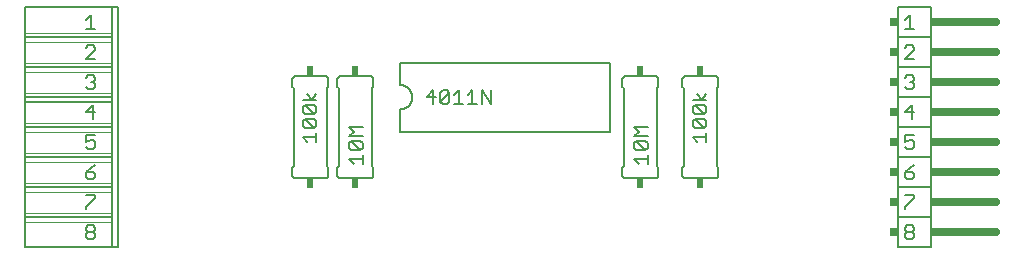
<source format=gbr>
G04 EAGLE Gerber X2 export*
G04 #@! %TF.Part,Single*
G04 #@! %TF.FileFunction,Legend,Top,1*
G04 #@! %TF.FilePolarity,Positive*
G04 #@! %TF.GenerationSoftware,Autodesk,EAGLE,9.0.0*
G04 #@! %TF.CreationDate,2019-08-08T19:16:13Z*
G75*
%MOMM*%
%FSLAX34Y34*%
%LPD*%
%AMOC8*
5,1,8,0,0,1.08239X$1,22.5*%
G01*
%ADD10C,0.152400*%
%ADD11C,0.127000*%
%ADD12R,0.609600X0.863600*%
%ADD13C,0.050800*%
%ADD14C,0.660400*%
%ADD15R,0.762000X0.660400*%
%ADD16R,0.660400X0.660400*%


D10*
X495300Y156210D02*
X317500Y156210D01*
X317500Y97790D02*
X495300Y97790D01*
X495300Y156210D01*
X317500Y156210D02*
X317500Y137160D01*
X317500Y116840D02*
X317500Y97790D01*
X317500Y116840D02*
X317747Y116843D01*
X317995Y116852D01*
X318242Y116867D01*
X318488Y116888D01*
X318734Y116915D01*
X318979Y116948D01*
X319224Y116987D01*
X319467Y117032D01*
X319709Y117083D01*
X319950Y117140D01*
X320189Y117202D01*
X320427Y117271D01*
X320663Y117345D01*
X320897Y117425D01*
X321129Y117510D01*
X321359Y117602D01*
X321587Y117698D01*
X321812Y117801D01*
X322035Y117908D01*
X322255Y118022D01*
X322472Y118140D01*
X322687Y118264D01*
X322898Y118393D01*
X323106Y118527D01*
X323311Y118666D01*
X323512Y118810D01*
X323710Y118958D01*
X323904Y119112D01*
X324094Y119270D01*
X324280Y119433D01*
X324462Y119600D01*
X324640Y119772D01*
X324814Y119948D01*
X324984Y120128D01*
X325149Y120313D01*
X325309Y120501D01*
X325465Y120693D01*
X325617Y120889D01*
X325763Y121088D01*
X325905Y121291D01*
X326041Y121498D01*
X326173Y121707D01*
X326299Y121920D01*
X326420Y122136D01*
X326536Y122354D01*
X326646Y122576D01*
X326751Y122800D01*
X326851Y123026D01*
X326945Y123255D01*
X327033Y123486D01*
X327116Y123720D01*
X327193Y123955D01*
X327264Y124192D01*
X327330Y124430D01*
X327389Y124670D01*
X327443Y124912D01*
X327491Y125155D01*
X327533Y125398D01*
X327569Y125643D01*
X327599Y125889D01*
X327623Y126135D01*
X327641Y126382D01*
X327653Y126629D01*
X327659Y126876D01*
X327659Y127124D01*
X327653Y127371D01*
X327641Y127618D01*
X327623Y127865D01*
X327599Y128111D01*
X327569Y128357D01*
X327533Y128602D01*
X327491Y128845D01*
X327443Y129088D01*
X327389Y129330D01*
X327330Y129570D01*
X327264Y129808D01*
X327193Y130045D01*
X327116Y130280D01*
X327033Y130514D01*
X326945Y130745D01*
X326851Y130974D01*
X326751Y131200D01*
X326646Y131424D01*
X326536Y131646D01*
X326420Y131864D01*
X326299Y132080D01*
X326173Y132293D01*
X326041Y132502D01*
X325905Y132709D01*
X325763Y132912D01*
X325617Y133111D01*
X325465Y133307D01*
X325309Y133499D01*
X325149Y133687D01*
X324984Y133872D01*
X324814Y134052D01*
X324640Y134228D01*
X324462Y134400D01*
X324280Y134567D01*
X324094Y134730D01*
X323904Y134888D01*
X323710Y135042D01*
X323512Y135190D01*
X323311Y135334D01*
X323106Y135473D01*
X322898Y135607D01*
X322687Y135736D01*
X322472Y135860D01*
X322255Y135978D01*
X322035Y136092D01*
X321812Y136199D01*
X321587Y136302D01*
X321359Y136398D01*
X321129Y136490D01*
X320897Y136575D01*
X320663Y136655D01*
X320427Y136729D01*
X320189Y136798D01*
X319950Y136860D01*
X319709Y136917D01*
X319467Y136968D01*
X319224Y137013D01*
X318979Y137052D01*
X318734Y137085D01*
X318488Y137112D01*
X318242Y137133D01*
X317995Y137148D01*
X317747Y137157D01*
X317500Y137160D01*
D11*
X345445Y132725D02*
X345445Y121285D01*
X339725Y127005D02*
X345445Y132725D01*
X347352Y127005D02*
X339725Y127005D01*
X351419Y123192D02*
X351419Y130818D01*
X353326Y132725D01*
X357139Y132725D01*
X359045Y130818D01*
X359045Y123192D01*
X357139Y121285D01*
X353326Y121285D01*
X351419Y123192D01*
X359045Y130818D01*
X363113Y128912D02*
X366926Y132725D01*
X366926Y121285D01*
X363113Y121285D02*
X370739Y121285D01*
X374807Y128912D02*
X378620Y132725D01*
X378620Y121285D01*
X374807Y121285D02*
X382433Y121285D01*
X386501Y121285D02*
X386501Y132725D01*
X394127Y121285D01*
X394127Y132725D01*
D10*
X266700Y58420D02*
X266600Y58422D01*
X266501Y58428D01*
X266401Y58438D01*
X266303Y58451D01*
X266204Y58469D01*
X266107Y58490D01*
X266011Y58515D01*
X265915Y58544D01*
X265821Y58577D01*
X265728Y58613D01*
X265637Y58653D01*
X265547Y58697D01*
X265459Y58744D01*
X265373Y58794D01*
X265289Y58848D01*
X265207Y58905D01*
X265128Y58965D01*
X265050Y59029D01*
X264976Y59095D01*
X264904Y59164D01*
X264835Y59236D01*
X264769Y59310D01*
X264705Y59388D01*
X264645Y59467D01*
X264588Y59549D01*
X264534Y59633D01*
X264484Y59719D01*
X264437Y59807D01*
X264393Y59897D01*
X264353Y59988D01*
X264317Y60081D01*
X264284Y60175D01*
X264255Y60271D01*
X264230Y60367D01*
X264209Y60464D01*
X264191Y60563D01*
X264178Y60661D01*
X264168Y60761D01*
X264162Y60860D01*
X264160Y60960D01*
X292100Y58420D02*
X292200Y58422D01*
X292299Y58428D01*
X292399Y58438D01*
X292497Y58451D01*
X292596Y58469D01*
X292693Y58490D01*
X292789Y58515D01*
X292885Y58544D01*
X292979Y58577D01*
X293072Y58613D01*
X293163Y58653D01*
X293253Y58697D01*
X293341Y58744D01*
X293427Y58794D01*
X293511Y58848D01*
X293593Y58905D01*
X293672Y58965D01*
X293750Y59029D01*
X293824Y59095D01*
X293896Y59164D01*
X293965Y59236D01*
X294031Y59310D01*
X294095Y59388D01*
X294155Y59467D01*
X294212Y59549D01*
X294266Y59633D01*
X294316Y59719D01*
X294363Y59807D01*
X294407Y59897D01*
X294447Y59988D01*
X294483Y60081D01*
X294516Y60175D01*
X294545Y60271D01*
X294570Y60367D01*
X294591Y60464D01*
X294609Y60563D01*
X294622Y60661D01*
X294632Y60761D01*
X294638Y60860D01*
X294640Y60960D01*
X294640Y142240D02*
X294638Y142340D01*
X294632Y142439D01*
X294622Y142539D01*
X294609Y142637D01*
X294591Y142736D01*
X294570Y142833D01*
X294545Y142929D01*
X294516Y143025D01*
X294483Y143119D01*
X294447Y143212D01*
X294407Y143303D01*
X294363Y143393D01*
X294316Y143481D01*
X294266Y143567D01*
X294212Y143651D01*
X294155Y143733D01*
X294095Y143812D01*
X294031Y143890D01*
X293965Y143964D01*
X293896Y144036D01*
X293824Y144105D01*
X293750Y144171D01*
X293672Y144235D01*
X293593Y144295D01*
X293511Y144352D01*
X293427Y144406D01*
X293341Y144456D01*
X293253Y144503D01*
X293163Y144547D01*
X293072Y144587D01*
X292979Y144623D01*
X292885Y144656D01*
X292789Y144685D01*
X292693Y144710D01*
X292596Y144731D01*
X292497Y144749D01*
X292399Y144762D01*
X292299Y144772D01*
X292200Y144778D01*
X292100Y144780D01*
X266700Y144780D02*
X266600Y144778D01*
X266501Y144772D01*
X266401Y144762D01*
X266303Y144749D01*
X266204Y144731D01*
X266107Y144710D01*
X266011Y144685D01*
X265915Y144656D01*
X265821Y144623D01*
X265728Y144587D01*
X265637Y144547D01*
X265547Y144503D01*
X265459Y144456D01*
X265373Y144406D01*
X265289Y144352D01*
X265207Y144295D01*
X265128Y144235D01*
X265050Y144171D01*
X264976Y144105D01*
X264904Y144036D01*
X264835Y143964D01*
X264769Y143890D01*
X264705Y143812D01*
X264645Y143733D01*
X264588Y143651D01*
X264534Y143567D01*
X264484Y143481D01*
X264437Y143393D01*
X264393Y143303D01*
X264353Y143212D01*
X264317Y143119D01*
X264284Y143025D01*
X264255Y142929D01*
X264230Y142833D01*
X264209Y142736D01*
X264191Y142637D01*
X264178Y142539D01*
X264168Y142439D01*
X264162Y142340D01*
X264160Y142240D01*
X266700Y58420D02*
X292100Y58420D01*
X264160Y60960D02*
X264160Y67310D01*
X265430Y68580D01*
X294640Y67310D02*
X294640Y60960D01*
X294640Y67310D02*
X293370Y68580D01*
X265430Y134620D02*
X264160Y135890D01*
X265430Y134620D02*
X265430Y68580D01*
X293370Y134620D02*
X294640Y135890D01*
X293370Y134620D02*
X293370Y68580D01*
X264160Y135890D02*
X264160Y142240D01*
X294640Y142240D02*
X294640Y135890D01*
X292100Y144780D02*
X266700Y144780D01*
D11*
X274183Y74298D02*
X277997Y70485D01*
X274183Y74298D02*
X285623Y74298D01*
X285623Y70485D02*
X285623Y78112D01*
X283716Y82179D02*
X276090Y82179D01*
X274183Y84086D01*
X274183Y87899D01*
X276090Y89805D01*
X283716Y89805D01*
X285623Y87899D01*
X285623Y84086D01*
X283716Y82179D01*
X276090Y89805D01*
X274183Y93873D02*
X285623Y93873D01*
X277997Y97686D02*
X274183Y93873D01*
X277997Y97686D02*
X274183Y101499D01*
X285623Y101499D01*
D12*
X279400Y149098D03*
X279400Y54102D03*
D10*
X256540Y142240D02*
X256538Y142340D01*
X256532Y142439D01*
X256522Y142539D01*
X256509Y142637D01*
X256491Y142736D01*
X256470Y142833D01*
X256445Y142929D01*
X256416Y143025D01*
X256383Y143119D01*
X256347Y143212D01*
X256307Y143303D01*
X256263Y143393D01*
X256216Y143481D01*
X256166Y143567D01*
X256112Y143651D01*
X256055Y143733D01*
X255995Y143812D01*
X255931Y143890D01*
X255865Y143964D01*
X255796Y144036D01*
X255724Y144105D01*
X255650Y144171D01*
X255572Y144235D01*
X255493Y144295D01*
X255411Y144352D01*
X255327Y144406D01*
X255241Y144456D01*
X255153Y144503D01*
X255063Y144547D01*
X254972Y144587D01*
X254879Y144623D01*
X254785Y144656D01*
X254689Y144685D01*
X254593Y144710D01*
X254496Y144731D01*
X254397Y144749D01*
X254299Y144762D01*
X254199Y144772D01*
X254100Y144778D01*
X254000Y144780D01*
X228600Y144780D02*
X228500Y144778D01*
X228401Y144772D01*
X228301Y144762D01*
X228203Y144749D01*
X228104Y144731D01*
X228007Y144710D01*
X227911Y144685D01*
X227815Y144656D01*
X227721Y144623D01*
X227628Y144587D01*
X227537Y144547D01*
X227447Y144503D01*
X227359Y144456D01*
X227273Y144406D01*
X227189Y144352D01*
X227107Y144295D01*
X227028Y144235D01*
X226950Y144171D01*
X226876Y144105D01*
X226804Y144036D01*
X226735Y143964D01*
X226669Y143890D01*
X226605Y143812D01*
X226545Y143733D01*
X226488Y143651D01*
X226434Y143567D01*
X226384Y143481D01*
X226337Y143393D01*
X226293Y143303D01*
X226253Y143212D01*
X226217Y143119D01*
X226184Y143025D01*
X226155Y142929D01*
X226130Y142833D01*
X226109Y142736D01*
X226091Y142637D01*
X226078Y142539D01*
X226068Y142439D01*
X226062Y142340D01*
X226060Y142240D01*
X226060Y60960D02*
X226062Y60860D01*
X226068Y60761D01*
X226078Y60661D01*
X226091Y60563D01*
X226109Y60464D01*
X226130Y60367D01*
X226155Y60271D01*
X226184Y60175D01*
X226217Y60081D01*
X226253Y59988D01*
X226293Y59897D01*
X226337Y59807D01*
X226384Y59719D01*
X226434Y59633D01*
X226488Y59549D01*
X226545Y59467D01*
X226605Y59388D01*
X226669Y59310D01*
X226735Y59236D01*
X226804Y59164D01*
X226876Y59095D01*
X226950Y59029D01*
X227028Y58965D01*
X227107Y58905D01*
X227189Y58848D01*
X227273Y58794D01*
X227359Y58744D01*
X227447Y58697D01*
X227537Y58653D01*
X227628Y58613D01*
X227721Y58577D01*
X227815Y58544D01*
X227911Y58515D01*
X228007Y58490D01*
X228104Y58469D01*
X228203Y58451D01*
X228301Y58438D01*
X228401Y58428D01*
X228500Y58422D01*
X228600Y58420D01*
X254000Y58420D02*
X254100Y58422D01*
X254199Y58428D01*
X254299Y58438D01*
X254397Y58451D01*
X254496Y58469D01*
X254593Y58490D01*
X254689Y58515D01*
X254785Y58544D01*
X254879Y58577D01*
X254972Y58613D01*
X255063Y58653D01*
X255153Y58697D01*
X255241Y58744D01*
X255327Y58794D01*
X255411Y58848D01*
X255493Y58905D01*
X255572Y58965D01*
X255650Y59029D01*
X255724Y59095D01*
X255796Y59164D01*
X255865Y59236D01*
X255931Y59310D01*
X255995Y59388D01*
X256055Y59467D01*
X256112Y59549D01*
X256166Y59633D01*
X256216Y59719D01*
X256263Y59807D01*
X256307Y59897D01*
X256347Y59988D01*
X256383Y60081D01*
X256416Y60175D01*
X256445Y60271D01*
X256470Y60367D01*
X256491Y60464D01*
X256509Y60563D01*
X256522Y60661D01*
X256532Y60761D01*
X256538Y60860D01*
X256540Y60960D01*
X254000Y144780D02*
X228600Y144780D01*
X256540Y142240D02*
X256540Y135890D01*
X255270Y134620D01*
X226060Y135890D02*
X226060Y142240D01*
X226060Y135890D02*
X227330Y134620D01*
X255270Y68580D02*
X256540Y67310D01*
X255270Y68580D02*
X255270Y134620D01*
X227330Y68580D02*
X226060Y67310D01*
X227330Y68580D02*
X227330Y134620D01*
X256540Y67310D02*
X256540Y60960D01*
X226060Y60960D02*
X226060Y67310D01*
X228600Y58420D02*
X254000Y58420D01*
D11*
X238881Y89158D02*
X235067Y92971D01*
X246507Y92971D01*
X246507Y89158D02*
X246507Y96785D01*
X244600Y100852D02*
X236974Y100852D01*
X235067Y102759D01*
X235067Y106572D01*
X236974Y108479D01*
X244600Y108479D01*
X246507Y106572D01*
X246507Y102759D01*
X244600Y100852D01*
X236974Y108479D01*
X236974Y112546D02*
X244600Y112546D01*
X236974Y112546D02*
X235067Y114453D01*
X235067Y118266D01*
X236974Y120172D01*
X244600Y120172D01*
X246507Y118266D01*
X246507Y114453D01*
X244600Y112546D01*
X236974Y120172D01*
X235067Y124240D02*
X246507Y124240D01*
X242694Y124240D02*
X246507Y129960D01*
X242694Y124240D02*
X238881Y129960D01*
D12*
X241300Y54102D03*
X241300Y149098D03*
D10*
X505460Y60960D02*
X505462Y60860D01*
X505468Y60761D01*
X505478Y60661D01*
X505491Y60563D01*
X505509Y60464D01*
X505530Y60367D01*
X505555Y60271D01*
X505584Y60175D01*
X505617Y60081D01*
X505653Y59988D01*
X505693Y59897D01*
X505737Y59807D01*
X505784Y59719D01*
X505834Y59633D01*
X505888Y59549D01*
X505945Y59467D01*
X506005Y59388D01*
X506069Y59310D01*
X506135Y59236D01*
X506204Y59164D01*
X506276Y59095D01*
X506350Y59029D01*
X506428Y58965D01*
X506507Y58905D01*
X506589Y58848D01*
X506673Y58794D01*
X506759Y58744D01*
X506847Y58697D01*
X506937Y58653D01*
X507028Y58613D01*
X507121Y58577D01*
X507215Y58544D01*
X507311Y58515D01*
X507407Y58490D01*
X507504Y58469D01*
X507603Y58451D01*
X507701Y58438D01*
X507801Y58428D01*
X507900Y58422D01*
X508000Y58420D01*
X533400Y58420D02*
X533500Y58422D01*
X533599Y58428D01*
X533699Y58438D01*
X533797Y58451D01*
X533896Y58469D01*
X533993Y58490D01*
X534089Y58515D01*
X534185Y58544D01*
X534279Y58577D01*
X534372Y58613D01*
X534463Y58653D01*
X534553Y58697D01*
X534641Y58744D01*
X534727Y58794D01*
X534811Y58848D01*
X534893Y58905D01*
X534972Y58965D01*
X535050Y59029D01*
X535124Y59095D01*
X535196Y59164D01*
X535265Y59236D01*
X535331Y59310D01*
X535395Y59388D01*
X535455Y59467D01*
X535512Y59549D01*
X535566Y59633D01*
X535616Y59719D01*
X535663Y59807D01*
X535707Y59897D01*
X535747Y59988D01*
X535783Y60081D01*
X535816Y60175D01*
X535845Y60271D01*
X535870Y60367D01*
X535891Y60464D01*
X535909Y60563D01*
X535922Y60661D01*
X535932Y60761D01*
X535938Y60860D01*
X535940Y60960D01*
X535940Y142240D02*
X535938Y142340D01*
X535932Y142439D01*
X535922Y142539D01*
X535909Y142637D01*
X535891Y142736D01*
X535870Y142833D01*
X535845Y142929D01*
X535816Y143025D01*
X535783Y143119D01*
X535747Y143212D01*
X535707Y143303D01*
X535663Y143393D01*
X535616Y143481D01*
X535566Y143567D01*
X535512Y143651D01*
X535455Y143733D01*
X535395Y143812D01*
X535331Y143890D01*
X535265Y143964D01*
X535196Y144036D01*
X535124Y144105D01*
X535050Y144171D01*
X534972Y144235D01*
X534893Y144295D01*
X534811Y144352D01*
X534727Y144406D01*
X534641Y144456D01*
X534553Y144503D01*
X534463Y144547D01*
X534372Y144587D01*
X534279Y144623D01*
X534185Y144656D01*
X534089Y144685D01*
X533993Y144710D01*
X533896Y144731D01*
X533797Y144749D01*
X533699Y144762D01*
X533599Y144772D01*
X533500Y144778D01*
X533400Y144780D01*
X508000Y144780D02*
X507900Y144778D01*
X507801Y144772D01*
X507701Y144762D01*
X507603Y144749D01*
X507504Y144731D01*
X507407Y144710D01*
X507311Y144685D01*
X507215Y144656D01*
X507121Y144623D01*
X507028Y144587D01*
X506937Y144547D01*
X506847Y144503D01*
X506759Y144456D01*
X506673Y144406D01*
X506589Y144352D01*
X506507Y144295D01*
X506428Y144235D01*
X506350Y144171D01*
X506276Y144105D01*
X506204Y144036D01*
X506135Y143964D01*
X506069Y143890D01*
X506005Y143812D01*
X505945Y143733D01*
X505888Y143651D01*
X505834Y143567D01*
X505784Y143481D01*
X505737Y143393D01*
X505693Y143303D01*
X505653Y143212D01*
X505617Y143119D01*
X505584Y143025D01*
X505555Y142929D01*
X505530Y142833D01*
X505509Y142736D01*
X505491Y142637D01*
X505478Y142539D01*
X505468Y142439D01*
X505462Y142340D01*
X505460Y142240D01*
X508000Y58420D02*
X533400Y58420D01*
X505460Y60960D02*
X505460Y67310D01*
X506730Y68580D01*
X535940Y67310D02*
X535940Y60960D01*
X535940Y67310D02*
X534670Y68580D01*
X506730Y134620D02*
X505460Y135890D01*
X506730Y134620D02*
X506730Y68580D01*
X534670Y134620D02*
X535940Y135890D01*
X534670Y134620D02*
X534670Y68580D01*
X505460Y135890D02*
X505460Y142240D01*
X535940Y142240D02*
X535940Y135890D01*
X533400Y144780D02*
X508000Y144780D01*
D11*
X515483Y74298D02*
X519297Y70485D01*
X515483Y74298D02*
X526923Y74298D01*
X526923Y70485D02*
X526923Y78112D01*
X525016Y82179D02*
X517390Y82179D01*
X515483Y84086D01*
X515483Y87899D01*
X517390Y89805D01*
X525016Y89805D01*
X526923Y87899D01*
X526923Y84086D01*
X525016Y82179D01*
X517390Y89805D01*
X515483Y93873D02*
X526923Y93873D01*
X519297Y97686D02*
X515483Y93873D01*
X519297Y97686D02*
X515483Y101499D01*
X526923Y101499D01*
D12*
X520700Y149098D03*
X520700Y54102D03*
D10*
X586740Y142240D02*
X586738Y142340D01*
X586732Y142439D01*
X586722Y142539D01*
X586709Y142637D01*
X586691Y142736D01*
X586670Y142833D01*
X586645Y142929D01*
X586616Y143025D01*
X586583Y143119D01*
X586547Y143212D01*
X586507Y143303D01*
X586463Y143393D01*
X586416Y143481D01*
X586366Y143567D01*
X586312Y143651D01*
X586255Y143733D01*
X586195Y143812D01*
X586131Y143890D01*
X586065Y143964D01*
X585996Y144036D01*
X585924Y144105D01*
X585850Y144171D01*
X585772Y144235D01*
X585693Y144295D01*
X585611Y144352D01*
X585527Y144406D01*
X585441Y144456D01*
X585353Y144503D01*
X585263Y144547D01*
X585172Y144587D01*
X585079Y144623D01*
X584985Y144656D01*
X584889Y144685D01*
X584793Y144710D01*
X584696Y144731D01*
X584597Y144749D01*
X584499Y144762D01*
X584399Y144772D01*
X584300Y144778D01*
X584200Y144780D01*
X558800Y144780D02*
X558700Y144778D01*
X558601Y144772D01*
X558501Y144762D01*
X558403Y144749D01*
X558304Y144731D01*
X558207Y144710D01*
X558111Y144685D01*
X558015Y144656D01*
X557921Y144623D01*
X557828Y144587D01*
X557737Y144547D01*
X557647Y144503D01*
X557559Y144456D01*
X557473Y144406D01*
X557389Y144352D01*
X557307Y144295D01*
X557228Y144235D01*
X557150Y144171D01*
X557076Y144105D01*
X557004Y144036D01*
X556935Y143964D01*
X556869Y143890D01*
X556805Y143812D01*
X556745Y143733D01*
X556688Y143651D01*
X556634Y143567D01*
X556584Y143481D01*
X556537Y143393D01*
X556493Y143303D01*
X556453Y143212D01*
X556417Y143119D01*
X556384Y143025D01*
X556355Y142929D01*
X556330Y142833D01*
X556309Y142736D01*
X556291Y142637D01*
X556278Y142539D01*
X556268Y142439D01*
X556262Y142340D01*
X556260Y142240D01*
X556260Y60960D02*
X556262Y60860D01*
X556268Y60761D01*
X556278Y60661D01*
X556291Y60563D01*
X556309Y60464D01*
X556330Y60367D01*
X556355Y60271D01*
X556384Y60175D01*
X556417Y60081D01*
X556453Y59988D01*
X556493Y59897D01*
X556537Y59807D01*
X556584Y59719D01*
X556634Y59633D01*
X556688Y59549D01*
X556745Y59467D01*
X556805Y59388D01*
X556869Y59310D01*
X556935Y59236D01*
X557004Y59164D01*
X557076Y59095D01*
X557150Y59029D01*
X557228Y58965D01*
X557307Y58905D01*
X557389Y58848D01*
X557473Y58794D01*
X557559Y58744D01*
X557647Y58697D01*
X557737Y58653D01*
X557828Y58613D01*
X557921Y58577D01*
X558015Y58544D01*
X558111Y58515D01*
X558207Y58490D01*
X558304Y58469D01*
X558403Y58451D01*
X558501Y58438D01*
X558601Y58428D01*
X558700Y58422D01*
X558800Y58420D01*
X584200Y58420D02*
X584300Y58422D01*
X584399Y58428D01*
X584499Y58438D01*
X584597Y58451D01*
X584696Y58469D01*
X584793Y58490D01*
X584889Y58515D01*
X584985Y58544D01*
X585079Y58577D01*
X585172Y58613D01*
X585263Y58653D01*
X585353Y58697D01*
X585441Y58744D01*
X585527Y58794D01*
X585611Y58848D01*
X585693Y58905D01*
X585772Y58965D01*
X585850Y59029D01*
X585924Y59095D01*
X585996Y59164D01*
X586065Y59236D01*
X586131Y59310D01*
X586195Y59388D01*
X586255Y59467D01*
X586312Y59549D01*
X586366Y59633D01*
X586416Y59719D01*
X586463Y59807D01*
X586507Y59897D01*
X586547Y59988D01*
X586583Y60081D01*
X586616Y60175D01*
X586645Y60271D01*
X586670Y60367D01*
X586691Y60464D01*
X586709Y60563D01*
X586722Y60661D01*
X586732Y60761D01*
X586738Y60860D01*
X586740Y60960D01*
X584200Y144780D02*
X558800Y144780D01*
X586740Y142240D02*
X586740Y135890D01*
X585470Y134620D01*
X556260Y135890D02*
X556260Y142240D01*
X556260Y135890D02*
X557530Y134620D01*
X585470Y68580D02*
X586740Y67310D01*
X585470Y68580D02*
X585470Y134620D01*
X557530Y68580D02*
X556260Y67310D01*
X557530Y68580D02*
X557530Y134620D01*
X586740Y67310D02*
X586740Y60960D01*
X556260Y60960D02*
X556260Y67310D01*
X558800Y58420D02*
X584200Y58420D01*
D11*
X569081Y89158D02*
X565267Y92971D01*
X576707Y92971D01*
X576707Y89158D02*
X576707Y96785D01*
X574800Y100852D02*
X567174Y100852D01*
X565267Y102759D01*
X565267Y106572D01*
X567174Y108479D01*
X574800Y108479D01*
X576707Y106572D01*
X576707Y102759D01*
X574800Y100852D01*
X567174Y108479D01*
X567174Y112546D02*
X574800Y112546D01*
X567174Y112546D02*
X565267Y114453D01*
X565267Y118266D01*
X567174Y120172D01*
X574800Y120172D01*
X576707Y118266D01*
X576707Y114453D01*
X574800Y112546D01*
X567174Y120172D01*
X565267Y124240D02*
X576707Y124240D01*
X572894Y124240D02*
X576707Y129960D01*
X572894Y124240D02*
X569081Y129960D01*
D12*
X571500Y54102D03*
X571500Y149098D03*
D10*
X78740Y0D02*
X73660Y0D01*
X0Y0D01*
X0Y21590D01*
X0Y25400D01*
X0Y29210D01*
X0Y46990D01*
X0Y50800D01*
X0Y54610D01*
X0Y72390D01*
X0Y76200D01*
X0Y80010D01*
X0Y97790D01*
X0Y101600D01*
X0Y105410D01*
X0Y123190D01*
X0Y127000D02*
X73660Y127000D01*
X73660Y21590D02*
X73660Y0D01*
X73660Y21590D02*
X73660Y25400D01*
X73660Y29210D01*
X73660Y46990D01*
X73660Y50800D01*
X73660Y54610D01*
X73660Y72390D01*
X73660Y76200D01*
X73660Y80010D01*
X73660Y97790D01*
X73660Y101600D01*
X73660Y105410D01*
X73660Y123190D01*
X73660Y127000D01*
X73660Y101600D02*
X0Y101600D01*
X0Y76200D02*
X73660Y76200D01*
X73660Y50800D02*
X0Y50800D01*
X0Y25400D02*
X73660Y25400D01*
D13*
X73660Y21590D02*
X0Y21590D01*
X0Y29210D02*
X73660Y29210D01*
X73660Y46990D02*
X0Y46990D01*
X0Y54610D02*
X73660Y54610D01*
X73660Y72390D02*
X0Y72390D01*
X0Y80010D02*
X73660Y80010D01*
X73660Y97790D02*
X0Y97790D01*
X0Y105410D02*
X73660Y105410D01*
D10*
X73660Y123190D02*
X0Y123190D01*
X0Y127000D01*
X0Y130810D01*
D13*
X73660Y130810D01*
D10*
X78740Y203200D02*
X78740Y0D01*
X0Y130810D02*
X0Y148590D01*
X0Y152400D02*
X73660Y152400D01*
X73660Y130810D02*
X73660Y127000D01*
X73660Y130810D02*
X73660Y148590D01*
X73660Y152400D01*
D13*
X73660Y148590D02*
X0Y148590D01*
D10*
X0Y152400D01*
X0Y156210D01*
X0Y173990D01*
X0Y177800D01*
X73660Y177800D01*
D13*
X73660Y156210D02*
X0Y156210D01*
D10*
X73660Y156210D02*
X73660Y152400D01*
X73660Y156210D02*
X73660Y173990D01*
X73660Y177800D01*
X0Y177800D02*
X0Y181610D01*
X0Y203200D01*
X73660Y203200D01*
X78740Y203200D01*
X73660Y181610D02*
X73660Y177800D01*
X73660Y181610D02*
X73660Y203200D01*
D13*
X73660Y181610D02*
X0Y181610D01*
X0Y173990D02*
X73660Y173990D01*
D11*
X59062Y159385D02*
X51435Y159385D01*
X59062Y167012D01*
X59062Y168918D01*
X57155Y170825D01*
X53342Y170825D01*
X51435Y168918D01*
X53342Y18425D02*
X51435Y16518D01*
X53342Y18425D02*
X57155Y18425D01*
X59062Y16518D01*
X59062Y14612D01*
X57155Y12705D01*
X59062Y10798D01*
X59062Y8892D01*
X57155Y6985D01*
X53342Y6985D01*
X51435Y8892D01*
X51435Y10798D01*
X53342Y12705D01*
X51435Y14612D01*
X51435Y16518D01*
X53342Y12705D02*
X57155Y12705D01*
X51435Y143518D02*
X53342Y145425D01*
X57155Y145425D01*
X59062Y143518D01*
X59062Y141612D01*
X57155Y139705D01*
X55248Y139705D01*
X57155Y139705D02*
X59062Y137798D01*
X59062Y135892D01*
X57155Y133985D01*
X53342Y133985D01*
X51435Y135892D01*
X57155Y120025D02*
X57155Y108585D01*
X51435Y114305D02*
X57155Y120025D01*
X59062Y114305D02*
X51435Y114305D01*
X51435Y94625D02*
X59062Y94625D01*
X51435Y94625D02*
X51435Y88905D01*
X55248Y90812D01*
X57155Y90812D01*
X59062Y88905D01*
X59062Y85092D01*
X57155Y83185D01*
X53342Y83185D01*
X51435Y85092D01*
X59062Y69225D02*
X55248Y67318D01*
X51435Y63505D01*
X51435Y59692D01*
X53342Y57785D01*
X57155Y57785D01*
X59062Y59692D01*
X59062Y61598D01*
X57155Y63505D01*
X51435Y63505D01*
X51435Y43825D02*
X59062Y43825D01*
X59062Y41918D01*
X51435Y34292D01*
X51435Y32385D01*
X51435Y192412D02*
X55248Y196225D01*
X55248Y184785D01*
X51435Y184785D02*
X59062Y184785D01*
D10*
X739140Y0D02*
X767080Y0D01*
X739140Y0D02*
X739140Y25400D01*
X767080Y25400D02*
X767080Y0D01*
X767080Y50800D02*
X739140Y50800D01*
X767080Y50800D02*
X767080Y76200D01*
X767080Y25400D02*
X739140Y25400D01*
X739140Y50800D01*
X767080Y50800D02*
X767080Y25400D01*
D14*
X774700Y63500D02*
X821690Y63500D01*
X821690Y38100D02*
X774700Y38100D01*
X774700Y12700D02*
X821690Y12700D01*
D10*
X739140Y50800D02*
X739140Y76200D01*
X739140Y101600D01*
X767080Y101600D01*
X739140Y101600D02*
X739140Y127000D01*
X767080Y127000D01*
X767080Y101600D01*
X767080Y76200D02*
X739140Y76200D01*
X767080Y76200D02*
X767080Y101600D01*
X739140Y127000D02*
X739140Y152400D01*
X767080Y152400D02*
X767080Y127000D01*
X767080Y177800D02*
X739140Y177800D01*
X739140Y203200D01*
X767080Y203200D01*
X767080Y177800D01*
X767080Y152400D02*
X739140Y152400D01*
X739140Y177800D01*
X767080Y177800D02*
X767080Y152400D01*
D14*
X774700Y190500D02*
X821690Y190500D01*
X821690Y165100D02*
X774700Y165100D01*
X774700Y139700D02*
X821690Y139700D01*
X821690Y114300D02*
X774700Y114300D01*
X774700Y88900D02*
X821690Y88900D01*
D11*
X744855Y192412D02*
X748668Y196225D01*
X748668Y184785D01*
X744855Y184785D02*
X752482Y184785D01*
X752482Y159385D02*
X744855Y159385D01*
X752482Y167012D01*
X752482Y168918D01*
X750575Y170825D01*
X746762Y170825D01*
X744855Y168918D01*
X746762Y145425D02*
X744855Y143518D01*
X746762Y145425D02*
X750575Y145425D01*
X752482Y143518D01*
X752482Y141612D01*
X750575Y139705D01*
X748668Y139705D01*
X750575Y139705D02*
X752482Y137798D01*
X752482Y135892D01*
X750575Y133985D01*
X746762Y133985D01*
X744855Y135892D01*
X750575Y120025D02*
X750575Y108585D01*
X744855Y114305D02*
X750575Y120025D01*
X752482Y114305D02*
X744855Y114305D01*
X744855Y94625D02*
X752482Y94625D01*
X744855Y94625D02*
X744855Y88905D01*
X748668Y90812D01*
X750575Y90812D01*
X752482Y88905D01*
X752482Y85092D01*
X750575Y83185D01*
X746762Y83185D01*
X744855Y85092D01*
X752482Y69225D02*
X748668Y67318D01*
X744855Y63505D01*
X744855Y59692D01*
X746762Y57785D01*
X750575Y57785D01*
X752482Y59692D01*
X752482Y61598D01*
X750575Y63505D01*
X744855Y63505D01*
X744855Y43825D02*
X752482Y43825D01*
X752482Y41918D01*
X744855Y34292D01*
X744855Y32385D01*
X746762Y18425D02*
X744855Y16518D01*
X746762Y18425D02*
X750575Y18425D01*
X752482Y16518D01*
X752482Y14612D01*
X750575Y12705D01*
X752482Y10798D01*
X752482Y8892D01*
X750575Y6985D01*
X746762Y6985D01*
X744855Y8892D01*
X744855Y10798D01*
X746762Y12705D01*
X744855Y14612D01*
X744855Y16518D01*
X746762Y12705D02*
X750575Y12705D01*
D15*
X770890Y63500D03*
X770890Y38100D03*
X770890Y12700D03*
X770890Y190500D03*
X770890Y165100D03*
X770890Y139700D03*
X770890Y114300D03*
X770890Y88900D03*
D16*
X735838Y12700D03*
X735838Y38100D03*
X735838Y63500D03*
X735838Y88900D03*
X735838Y114300D03*
X735838Y139700D03*
X735838Y165100D03*
X735838Y190500D03*
M02*

</source>
